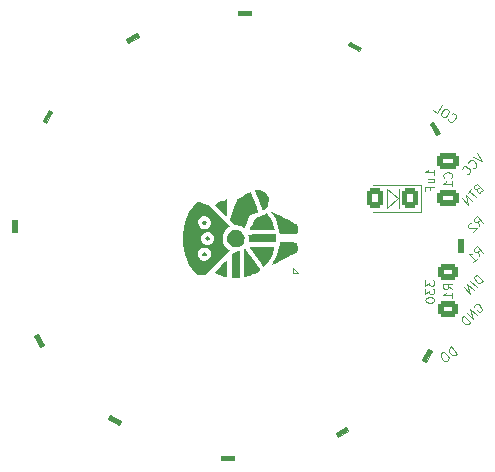
<source format=gbr>
%TF.GenerationSoftware,KiCad,Pcbnew,(6.0.2)*%
%TF.CreationDate,2022-04-26T09:28:05+10:00*%
%TF.ProjectId,adapter,61646170-7465-4722-9e6b-696361645f70,1.2*%
%TF.SameCoordinates,Original*%
%TF.FileFunction,Legend,Bot*%
%TF.FilePolarity,Positive*%
%FSLAX46Y46*%
G04 Gerber Fmt 4.6, Leading zero omitted, Abs format (unit mm)*
G04 Created by KiCad (PCBNEW (6.0.2)) date 2022-04-26 09:28:05*
%MOMM*%
%LPD*%
G01*
G04 APERTURE LIST*
G04 Aperture macros list*
%AMRoundRect*
0 Rectangle with rounded corners*
0 $1 Rounding radius*
0 $2 $3 $4 $5 $6 $7 $8 $9 X,Y pos of 4 corners*
0 Add a 4 corners polygon primitive as box body*
4,1,4,$2,$3,$4,$5,$6,$7,$8,$9,$2,$3,0*
0 Add four circle primitives for the rounded corners*
1,1,$1+$1,$2,$3*
1,1,$1+$1,$4,$5*
1,1,$1+$1,$6,$7*
1,1,$1+$1,$8,$9*
0 Add four rect primitives between the rounded corners*
20,1,$1+$1,$2,$3,$4,$5,0*
20,1,$1+$1,$4,$5,$6,$7,0*
20,1,$1+$1,$6,$7,$8,$9,0*
20,1,$1+$1,$8,$9,$2,$3,0*%
%AMRotRect*
0 Rectangle, with rotation*
0 The origin of the aperture is its center*
0 $1 length*
0 $2 width*
0 $3 Rotation angle, in degrees counterclockwise*
0 Add horizontal line*
21,1,$1,$2,0,0,$3*%
%AMFreePoly0*
4,1,22,0.550000,-0.750000,0.000000,-0.750000,0.000000,-0.745033,-0.079941,-0.743568,-0.215256,-0.701293,-0.333266,-0.622738,-0.424486,-0.514219,-0.481581,-0.384460,-0.499164,-0.250000,-0.500000,-0.250000,-0.500000,0.250000,-0.499164,0.250000,-0.499963,0.256109,-0.478152,0.396186,-0.417904,0.524511,-0.324060,0.630769,-0.204165,0.706417,-0.067858,0.745374,0.000000,0.744960,0.000000,0.750000,
0.550000,0.750000,0.550000,-0.750000,0.550000,-0.750000,$1*%
%AMFreePoly1*
4,1,20,0.000000,0.744960,0.073905,0.744508,0.209726,0.703889,0.328688,0.626782,0.421226,0.519385,0.479903,0.390333,0.500000,0.250000,0.500000,-0.250000,0.499851,-0.262216,0.476331,-0.402017,0.414519,-0.529596,0.319384,-0.634700,0.198574,-0.708877,0.061801,-0.746166,0.000000,-0.745033,0.000000,-0.750000,-0.550000,-0.750000,-0.550000,0.750000,0.000000,0.750000,0.000000,0.744960,
0.000000,0.744960,$1*%
G04 Aperture macros list end*
%ADD10C,0.100000*%
%ADD11C,0.120000*%
%ADD12R,2.000000X2.000000*%
%ADD13C,2.000000*%
%ADD14R,3.200000X2.000000*%
%ADD15O,1.700000X1.700000*%
%ADD16R,1.700000X1.700000*%
%ADD17C,4.000000*%
%ADD18RotRect,2.400000X0.820000X30.000000*%
%ADD19C,0.800000*%
%ADD20FreePoly0,315.000000*%
%ADD21RotRect,1.000000X1.500000X315.000000*%
%ADD22FreePoly1,315.000000*%
%ADD23RotRect,2.400000X0.820000X210.000000*%
%ADD24RotRect,2.400000X0.820000X60.000000*%
%ADD25RoundRect,0.250000X-0.650000X0.412500X-0.650000X-0.412500X0.650000X-0.412500X0.650000X0.412500X0*%
%ADD26RotRect,2.400000X0.820000X330.000000*%
%ADD27RotRect,2.400000X0.820000X300.000000*%
%ADD28RotRect,2.400000X0.820000X240.000000*%
%ADD29R,2.400000X0.820000*%
%ADD30RoundRect,0.250001X0.462499X0.624999X-0.462499X0.624999X-0.462499X-0.624999X0.462499X-0.624999X0*%
%ADD31R,0.820000X2.400000*%
%ADD32RotRect,2.400000X0.820000X120.000000*%
%ADD33RoundRect,0.250000X0.625000X-0.400000X0.625000X0.400000X-0.625000X0.400000X-0.625000X-0.400000X0*%
%ADD34RotRect,2.400000X0.820000X150.000000*%
G04 APERTURE END LIST*
D10*
X72911725Y-42839286D02*
X72835964Y-42409972D01*
X73214771Y-42536241D02*
X72684441Y-42005911D01*
X72482410Y-42207941D01*
X72457156Y-42283702D01*
X72457156Y-42334210D01*
X72482410Y-42409972D01*
X72558172Y-42485733D01*
X72633933Y-42510987D01*
X72684441Y-42510987D01*
X72760202Y-42485733D01*
X72962233Y-42283702D01*
X72229872Y-42561494D02*
X72179364Y-42561494D01*
X72103603Y-42586748D01*
X71977334Y-42713017D01*
X71952080Y-42788779D01*
X71952080Y-42839286D01*
X71977334Y-42915048D01*
X72027842Y-42965555D01*
X72128857Y-43016063D01*
X72734948Y-43016063D01*
X72406649Y-43344363D01*
X72431902Y-49638538D02*
X72457156Y-49562777D01*
X72532918Y-49487016D01*
X72633933Y-49436508D01*
X72734948Y-49436508D01*
X72810710Y-49461762D01*
X72936979Y-49537523D01*
X73012740Y-49613285D01*
X73088502Y-49739554D01*
X73113755Y-49815315D01*
X73113755Y-49916330D01*
X73063248Y-50017346D01*
X73012740Y-50067853D01*
X72911725Y-50118361D01*
X72861217Y-50118361D01*
X72684441Y-49941584D01*
X72785456Y-49840569D01*
X72684441Y-50396153D02*
X72154111Y-49865823D01*
X72381395Y-50699199D01*
X71851065Y-50168869D01*
X72128857Y-50951737D02*
X71598527Y-50421407D01*
X71472258Y-50547676D01*
X71421750Y-50648691D01*
X71421750Y-50749706D01*
X71447004Y-50825468D01*
X71522765Y-50951737D01*
X71598527Y-51027498D01*
X71724796Y-51103260D01*
X71800557Y-51128513D01*
X71901572Y-51128513D01*
X72002588Y-51078006D01*
X72128857Y-50951737D01*
X72760202Y-39667942D02*
X72709694Y-39768957D01*
X72709694Y-39819465D01*
X72734948Y-39895226D01*
X72810709Y-39970988D01*
X72886471Y-39996242D01*
X72936978Y-39996242D01*
X73012740Y-39970988D01*
X73214770Y-39768957D01*
X72684440Y-39238627D01*
X72507663Y-39415404D01*
X72482410Y-39491165D01*
X72482410Y-39541673D01*
X72507663Y-39617434D01*
X72558171Y-39667942D01*
X72633932Y-39693196D01*
X72684440Y-39693196D01*
X72760202Y-39667942D01*
X72936978Y-39491165D01*
X72229871Y-39693196D02*
X71926826Y-39996242D01*
X72608679Y-40375049D02*
X72078349Y-39844719D01*
X72280379Y-40703348D02*
X71750049Y-40173018D01*
X71977333Y-41006394D01*
X71447003Y-40476064D01*
X72911725Y-45379286D02*
X72835964Y-44949972D01*
X73214771Y-45076241D02*
X72684441Y-44545911D01*
X72482410Y-44747941D01*
X72457156Y-44823702D01*
X72457156Y-44874210D01*
X72482410Y-44949972D01*
X72558172Y-45025733D01*
X72633933Y-45050987D01*
X72684441Y-45050987D01*
X72760202Y-45025733D01*
X72962233Y-44823702D01*
X72406649Y-45884363D02*
X72709695Y-45581317D01*
X72558172Y-45732840D02*
X72027842Y-45202510D01*
X72154111Y-45227763D01*
X72255126Y-45227763D01*
X72330887Y-45202510D01*
X68359285Y-47406714D02*
X68359285Y-47871000D01*
X68645000Y-47621000D01*
X68645000Y-47728142D01*
X68680714Y-47799571D01*
X68716428Y-47835285D01*
X68787857Y-47871000D01*
X68966428Y-47871000D01*
X69037857Y-47835285D01*
X69073571Y-47799571D01*
X69109285Y-47728142D01*
X69109285Y-47513857D01*
X69073571Y-47442428D01*
X69037857Y-47406714D01*
X68359285Y-48121000D02*
X68359285Y-48585285D01*
X68645000Y-48335285D01*
X68645000Y-48442428D01*
X68680714Y-48513857D01*
X68716428Y-48549571D01*
X68787857Y-48585285D01*
X68966428Y-48585285D01*
X69037857Y-48549571D01*
X69073571Y-48513857D01*
X69109285Y-48442428D01*
X69109285Y-48228142D01*
X69073571Y-48156714D01*
X69037857Y-48121000D01*
X68359285Y-49049571D02*
X68359285Y-49121000D01*
X68395000Y-49192428D01*
X68430714Y-49228142D01*
X68502142Y-49263857D01*
X68645000Y-49299571D01*
X68823571Y-49299571D01*
X68966428Y-49263857D01*
X69037857Y-49228142D01*
X69073571Y-49192428D01*
X69109285Y-49121000D01*
X69109285Y-49049571D01*
X69073571Y-48978142D01*
X69037857Y-48942428D01*
X68966428Y-48906714D01*
X68823571Y-48871000D01*
X68645000Y-48871000D01*
X68502142Y-48906714D01*
X68430714Y-48942428D01*
X68395000Y-48978142D01*
X68359285Y-49049571D01*
X69109285Y-38484571D02*
X69109285Y-38056000D01*
X69109285Y-38270285D02*
X68359285Y-38270285D01*
X68466428Y-38198857D01*
X68537857Y-38127428D01*
X68573571Y-38056000D01*
X68609285Y-39127428D02*
X69109285Y-39127428D01*
X68609285Y-38806000D02*
X69002142Y-38806000D01*
X69073571Y-38841714D01*
X69109285Y-38913142D01*
X69109285Y-39020285D01*
X69073571Y-39091714D01*
X69037857Y-39127428D01*
X68716428Y-39734571D02*
X68716428Y-39484571D01*
X69109285Y-39484571D02*
X68359285Y-39484571D01*
X68359285Y-39841714D01*
X72760201Y-36610239D02*
X73113755Y-37317346D01*
X72406648Y-36963792D01*
X72406648Y-37923437D02*
X72457156Y-37923437D01*
X72558171Y-37872930D01*
X72608679Y-37822422D01*
X72659186Y-37721407D01*
X72659186Y-37620391D01*
X72633932Y-37544630D01*
X72558171Y-37418361D01*
X72482409Y-37342599D01*
X72356140Y-37266838D01*
X72280379Y-37241584D01*
X72179364Y-37241584D01*
X72078348Y-37292092D01*
X72027841Y-37342599D01*
X71977333Y-37443615D01*
X71977333Y-37494122D01*
X71876318Y-38453767D02*
X71926826Y-38453767D01*
X72027841Y-38403260D01*
X72078348Y-38352752D01*
X72128856Y-38251737D01*
X72128856Y-38150721D01*
X72103602Y-38074960D01*
X72027841Y-37948691D01*
X71952079Y-37872930D01*
X71825810Y-37797168D01*
X71750049Y-37771914D01*
X71649034Y-37771914D01*
X71548018Y-37822422D01*
X71497511Y-37872930D01*
X71447003Y-37973945D01*
X71447003Y-38024452D01*
X70989320Y-53631926D02*
X70559138Y-53017562D01*
X70412861Y-53119986D01*
X70345579Y-53210696D01*
X70328038Y-53310177D01*
X70339753Y-53389172D01*
X70392437Y-53526679D01*
X70453891Y-53614445D01*
X70565086Y-53710982D01*
X70635311Y-53749008D01*
X70734792Y-53766549D01*
X70843043Y-53734350D01*
X70989320Y-53631926D01*
X69827752Y-53529683D02*
X69710731Y-53611623D01*
X69672705Y-53681848D01*
X69655163Y-53781329D01*
X69707848Y-53918835D01*
X69851242Y-54123623D01*
X69962437Y-54220160D01*
X70061917Y-54237701D01*
X70140913Y-54225987D01*
X70257935Y-54144048D01*
X70295961Y-54073822D01*
X70313502Y-53974342D01*
X70260818Y-53836835D01*
X70117424Y-53632047D01*
X70006229Y-53535510D01*
X69906748Y-53517969D01*
X69827752Y-53529683D01*
X70270684Y-33795719D02*
X70279454Y-33845459D01*
X70346736Y-33936169D01*
X70405246Y-33977139D01*
X70513498Y-34009338D01*
X70612978Y-33991797D01*
X70683203Y-33953771D01*
X70794398Y-33857234D01*
X70855853Y-33769468D01*
X70908537Y-33631961D01*
X70920251Y-33552965D01*
X70902710Y-33453485D01*
X70835429Y-33362775D01*
X70776918Y-33321805D01*
X70668667Y-33289606D01*
X70618926Y-33298376D01*
X70279576Y-32973562D02*
X70162554Y-32891623D01*
X70083558Y-32879908D01*
X69984077Y-32897449D01*
X69872883Y-32993986D01*
X69729488Y-33198774D01*
X69676804Y-33336281D01*
X69694346Y-33435761D01*
X69732371Y-33505987D01*
X69849393Y-33587926D01*
X69928389Y-33599640D01*
X70027870Y-33582099D01*
X70139064Y-33485562D01*
X70282459Y-33280774D01*
X70335143Y-33143268D01*
X70317602Y-33043787D01*
X70279576Y-32973562D01*
X69030241Y-33014350D02*
X69322795Y-33219198D01*
X69752978Y-32604834D01*
X73214771Y-47464718D02*
X72684441Y-46934388D01*
X72558172Y-47060657D01*
X72507664Y-47161672D01*
X72507664Y-47262687D01*
X72532918Y-47338449D01*
X72608679Y-47464718D01*
X72684441Y-47540479D01*
X72810710Y-47616241D01*
X72886471Y-47641494D01*
X72987486Y-47641494D01*
X73088502Y-47590987D01*
X73214771Y-47464718D01*
X72684441Y-47995048D02*
X72154111Y-47464718D01*
X72431903Y-48247586D02*
X71901572Y-47717256D01*
X72128857Y-48550632D01*
X71598527Y-48020302D01*
%TO.C,C1*%
X70556857Y-38729000D02*
X70592571Y-38693285D01*
X70628285Y-38586142D01*
X70628285Y-38514714D01*
X70592571Y-38407571D01*
X70521142Y-38336142D01*
X70449714Y-38300428D01*
X70306857Y-38264714D01*
X70199714Y-38264714D01*
X70056857Y-38300428D01*
X69985428Y-38336142D01*
X69914000Y-38407571D01*
X69878285Y-38514714D01*
X69878285Y-38586142D01*
X69914000Y-38693285D01*
X69949714Y-38729000D01*
X70628285Y-39443285D02*
X70628285Y-39014714D01*
X70628285Y-39229000D02*
X69878285Y-39229000D01*
X69985428Y-39157571D01*
X70056857Y-39086142D01*
X70092571Y-39014714D01*
%TO.C,R1*%
X70628285Y-48172000D02*
X70271142Y-47922000D01*
X70628285Y-47743428D02*
X69878285Y-47743428D01*
X69878285Y-48029142D01*
X69914000Y-48100571D01*
X69949714Y-48136285D01*
X70021142Y-48172000D01*
X70128285Y-48172000D01*
X70199714Y-48136285D01*
X70235428Y-48100571D01*
X70271142Y-48029142D01*
X70271142Y-47743428D01*
X70628285Y-48886285D02*
X70628285Y-48457714D01*
X70628285Y-48672000D02*
X69878285Y-48672000D01*
X69985428Y-48600571D01*
X70056857Y-48529142D01*
X70092571Y-48457714D01*
%TO.C,D5*%
X35238210Y-52152868D02*
X35541319Y-51977868D01*
X35541319Y-51977868D02*
X36066319Y-52887195D01*
X36066319Y-52887195D02*
X35763210Y-53062195D01*
X35763210Y-53062195D02*
X35238210Y-52152868D01*
G36*
X36066319Y-52887195D02*
G01*
X35763210Y-53062195D01*
X35238210Y-52152868D01*
X35541319Y-51977868D01*
X36066319Y-52887195D01*
G37*
X36066319Y-52887195D02*
X35763210Y-53062195D01*
X35238210Y-52152868D01*
X35541319Y-51977868D01*
X36066319Y-52887195D01*
D11*
%TO.C,JP1*%
X57130326Y-46797618D02*
X57130326Y-46373354D01*
X57130326Y-46373354D02*
X57554590Y-46797618D01*
X57130326Y-46797618D02*
X57554590Y-46797618D01*
D10*
%TO.C,D11*%
X69550790Y-34955132D02*
X69247681Y-35130132D01*
X69247681Y-35130132D02*
X68722681Y-34220805D01*
X68722681Y-34220805D02*
X69025790Y-34045805D01*
X69025790Y-34045805D02*
X69550790Y-34955132D01*
G36*
X69550790Y-34955132D02*
G01*
X69247681Y-35130132D01*
X68722681Y-34220805D01*
X69025790Y-34045805D01*
X69550790Y-34955132D01*
G37*
X69550790Y-34955132D02*
X69247681Y-35130132D01*
X68722681Y-34220805D01*
X69025790Y-34045805D01*
X69550790Y-34955132D01*
%TO.C,D4*%
X41490068Y-59125790D02*
X41665068Y-58822681D01*
X41665068Y-58822681D02*
X42574395Y-59347681D01*
X42574395Y-59347681D02*
X42399395Y-59650790D01*
X42399395Y-59650790D02*
X41490068Y-59125790D01*
G36*
X42574395Y-59347681D02*
G01*
X42399395Y-59650790D01*
X41490068Y-59125790D01*
X41665068Y-58822681D01*
X42574395Y-59347681D01*
G37*
X42574395Y-59347681D02*
X42399395Y-59650790D01*
X41490068Y-59125790D01*
X41665068Y-58822681D01*
X42574395Y-59347681D01*
%TO.C,D7*%
X36460572Y-32990068D02*
X36763681Y-33165068D01*
X36763681Y-33165068D02*
X36238681Y-34074395D01*
X36238681Y-34074395D02*
X35935572Y-33899395D01*
X35935572Y-33899395D02*
X36460572Y-32990068D01*
G36*
X36763681Y-33165068D02*
G01*
X36238681Y-34074395D01*
X35935572Y-33899395D01*
X36460572Y-32990068D01*
X36763681Y-33165068D01*
G37*
X36763681Y-33165068D02*
X36238681Y-34074395D01*
X35935572Y-33899395D01*
X36460572Y-32990068D01*
X36763681Y-33165068D01*
%TO.C,D8*%
X43904379Y-26485210D02*
X44079379Y-26788319D01*
X44079379Y-26788319D02*
X43170052Y-27313319D01*
X43170052Y-27313319D02*
X42995052Y-27010210D01*
X42995052Y-27010210D02*
X43904379Y-26485210D01*
G36*
X44079379Y-26788319D02*
G01*
X43170052Y-27313319D01*
X42995052Y-27010210D01*
X43904379Y-26485210D01*
X44079379Y-26788319D01*
G37*
X44079379Y-26788319D02*
X43170052Y-27313319D01*
X42995052Y-27010210D01*
X43904379Y-26485210D01*
X44079379Y-26788319D01*
%TO.C,D10*%
X62909932Y-27724210D02*
X62734932Y-28027319D01*
X62734932Y-28027319D02*
X61825605Y-27502319D01*
X61825605Y-27502319D02*
X62000605Y-27199210D01*
X62000605Y-27199210D02*
X62909932Y-27724210D01*
G36*
X62909932Y-27724210D02*
G01*
X62734932Y-28027319D01*
X61825605Y-27502319D01*
X62000605Y-27199210D01*
X62909932Y-27724210D01*
G37*
X62909932Y-27724210D02*
X62734932Y-28027319D01*
X61825605Y-27502319D01*
X62000605Y-27199210D01*
X62909932Y-27724210D01*
%TO.C,D6*%
X33384200Y-42308000D02*
X33734200Y-42308000D01*
X33734200Y-42308000D02*
X33734200Y-43358000D01*
X33734200Y-43358000D02*
X33384200Y-43358000D01*
X33384200Y-43358000D02*
X33384200Y-42308000D01*
G36*
X33734200Y-43358000D02*
G01*
X33384200Y-43358000D01*
X33384200Y-42308000D01*
X33734200Y-42308000D01*
X33734200Y-43358000D01*
G37*
X33734200Y-43358000D02*
X33384200Y-43358000D01*
X33384200Y-42308000D01*
X33734200Y-42308000D01*
X33734200Y-43358000D01*
D11*
%TO.C,Dcol1*%
X63939500Y-39352000D02*
X67999500Y-39352000D01*
X67999500Y-41622000D02*
X63939500Y-41622000D01*
X65107700Y-39699600D02*
X65107700Y-41274400D01*
X67999500Y-39352000D02*
X67999500Y-41622000D01*
X66022100Y-40487000D02*
X65107700Y-39699600D01*
X66098300Y-41274400D02*
X66098300Y-40461600D01*
X66098300Y-40512400D02*
X66098300Y-39699600D01*
X65107700Y-41274400D02*
X66022100Y-40487000D01*
D10*
%TO.C,D9*%
X53572000Y-24645200D02*
X53572000Y-24995200D01*
X53572000Y-24995200D02*
X52522000Y-24995200D01*
X52522000Y-24995200D02*
X52522000Y-24645200D01*
X52522000Y-24645200D02*
X53572000Y-24645200D01*
G36*
X53572000Y-24995200D02*
G01*
X52522000Y-24995200D01*
X52522000Y-24645200D01*
X53572000Y-24645200D01*
X53572000Y-24995200D01*
G37*
X53572000Y-24995200D02*
X52522000Y-24995200D01*
X52522000Y-24645200D01*
X53572000Y-24645200D01*
X53572000Y-24995200D01*
%TO.C,D2*%
X60924868Y-60675790D02*
X60749868Y-60372681D01*
X60749868Y-60372681D02*
X61659195Y-59847681D01*
X61659195Y-59847681D02*
X61834195Y-60150790D01*
X61834195Y-60150790D02*
X60924868Y-60675790D01*
G36*
X61834195Y-60150790D02*
G01*
X60924868Y-60675790D01*
X60749868Y-60372681D01*
X61659195Y-59847681D01*
X61834195Y-60150790D01*
G37*
X61834195Y-60150790D02*
X60924868Y-60675790D01*
X60749868Y-60372681D01*
X61659195Y-59847681D01*
X61834195Y-60150790D01*
%TO.C,G\u002A\u002A\u002A*%
G36*
X49761741Y-45063783D02*
G01*
X49788724Y-45095214D01*
X49830054Y-45193898D01*
X49819090Y-45287404D01*
X49761545Y-45357142D01*
X49663138Y-45384519D01*
X49612919Y-45375870D01*
X49529115Y-45326055D01*
X49471098Y-45250913D01*
X49459903Y-45172400D01*
X49499352Y-45087828D01*
X49577881Y-45023826D01*
X49671447Y-45013615D01*
X49761741Y-45063783D01*
G37*
G36*
X48179618Y-45685807D02*
G01*
X48157781Y-45624751D01*
X48028919Y-45264456D01*
X48011214Y-45194621D01*
X49095113Y-45194621D01*
X49133125Y-45386668D01*
X49145352Y-45419191D01*
X49242577Y-45574228D01*
X49378971Y-45682584D01*
X49540535Y-45741153D01*
X49713273Y-45746831D01*
X49883188Y-45696508D01*
X50036279Y-45587082D01*
X50070492Y-45549504D01*
X50163450Y-45386980D01*
X50197471Y-45205525D01*
X50171439Y-45022220D01*
X50084236Y-44854144D01*
X50031254Y-44797045D01*
X49884624Y-44703086D01*
X49711648Y-44652809D01*
X49537588Y-44655399D01*
X49498584Y-44664508D01*
X49382334Y-44717376D01*
X49263232Y-44817813D01*
X49217833Y-44867019D01*
X49122722Y-45024147D01*
X49095113Y-45194621D01*
X48011214Y-45194621D01*
X47918837Y-44830253D01*
X47902301Y-44739319D01*
X47865436Y-44443065D01*
X47858343Y-44332122D01*
X47844207Y-44111030D01*
X47839709Y-43803922D01*
X49373997Y-43803922D01*
X49380061Y-43975865D01*
X49428637Y-44140018D01*
X49513882Y-44268651D01*
X49589683Y-44326542D01*
X49744014Y-44389263D01*
X49916318Y-44411618D01*
X50078864Y-44387760D01*
X50131395Y-44368499D01*
X50238405Y-44317870D01*
X50309916Y-44268651D01*
X50367807Y-44192850D01*
X50430528Y-44038519D01*
X50452883Y-43866215D01*
X50429025Y-43703668D01*
X50409764Y-43651138D01*
X50359135Y-43544126D01*
X50309916Y-43472617D01*
X50234115Y-43414725D01*
X50079784Y-43352004D01*
X49907480Y-43329650D01*
X49744933Y-43353507D01*
X49692403Y-43372768D01*
X49585392Y-43423398D01*
X49513882Y-43472617D01*
X49492338Y-43499239D01*
X49440385Y-43591220D01*
X49394773Y-43703668D01*
X49373997Y-43803922D01*
X47839709Y-43803922D01*
X47839177Y-43767635D01*
X47850908Y-43437300D01*
X47879966Y-43144444D01*
X47911077Y-42957855D01*
X47999554Y-42595032D01*
X49096586Y-42595032D01*
X49146461Y-42766739D01*
X49265121Y-42925344D01*
X49308953Y-42966050D01*
X49469238Y-43064613D01*
X49643202Y-43094735D01*
X49836176Y-43057650D01*
X49858321Y-43049515D01*
X50016807Y-42955506D01*
X50131295Y-42820784D01*
X50189135Y-42659614D01*
X50195070Y-42508392D01*
X50150672Y-42323003D01*
X50053264Y-42171093D01*
X49911420Y-42061202D01*
X49733712Y-42001871D01*
X49528713Y-42001640D01*
X49478072Y-42012907D01*
X49330558Y-42087701D01*
X49207217Y-42210401D01*
X49126783Y-42364112D01*
X49114515Y-42406242D01*
X49096586Y-42595032D01*
X47999554Y-42595032D01*
X48020238Y-42510210D01*
X48173164Y-42071533D01*
X48362525Y-41661137D01*
X48580984Y-41298336D01*
X48650413Y-41201152D01*
X48794599Y-41019332D01*
X48923917Y-40883851D01*
X49032762Y-40800207D01*
X49115535Y-40773894D01*
X49116718Y-40773978D01*
X49182816Y-40787492D01*
X49298829Y-40819239D01*
X49448730Y-40864581D01*
X49616497Y-40918881D01*
X50035450Y-41058811D01*
X51828303Y-42851663D01*
X51740763Y-42900941D01*
X51684508Y-42940443D01*
X51591437Y-43019531D01*
X51492830Y-43114124D01*
X51416513Y-43201026D01*
X51281045Y-43425385D01*
X51204853Y-43670798D01*
X51187935Y-43925472D01*
X51230292Y-44177616D01*
X51331923Y-44415437D01*
X51492830Y-44627143D01*
X51573939Y-44705751D01*
X51669645Y-44788983D01*
X51740763Y-44840326D01*
X51828303Y-44889604D01*
X49729188Y-46988719D01*
X49389501Y-46988719D01*
X49327317Y-46988671D01*
X49190168Y-46986406D01*
X49098492Y-46976814D01*
X49033855Y-46954575D01*
X48977824Y-46914367D01*
X48911966Y-46850870D01*
X48812558Y-46744861D01*
X48577723Y-46438797D01*
X48503112Y-46313693D01*
X48364647Y-46081517D01*
X48179618Y-45685807D01*
G37*
G36*
X50036279Y-43746254D02*
G01*
X50081869Y-43806939D01*
X50094243Y-43901200D01*
X50036279Y-43995014D01*
X49981402Y-44036162D01*
X49911899Y-44059691D01*
X49899593Y-44058798D01*
X49819971Y-44021469D01*
X49751767Y-43949461D01*
X49722841Y-43870634D01*
X49737714Y-43817777D01*
X49787518Y-43746253D01*
X49848204Y-43700664D01*
X49942465Y-43688290D01*
X50036279Y-43746254D01*
G37*
G36*
X53576999Y-39937329D02*
G01*
X53598823Y-39988824D01*
X53639850Y-40091953D01*
X53696066Y-40236154D01*
X53763455Y-40410864D01*
X53838003Y-40605519D01*
X53915694Y-40809554D01*
X53992514Y-41012407D01*
X54064446Y-41203514D01*
X54127476Y-41372312D01*
X54177588Y-41508238D01*
X54210768Y-41600727D01*
X54223000Y-41639217D01*
X54203560Y-41650492D01*
X54129632Y-41680385D01*
X54013325Y-41722922D01*
X53868333Y-41772941D01*
X53512917Y-41892442D01*
X53289493Y-42448622D01*
X53230405Y-42592921D01*
X53159545Y-42758326D01*
X53099161Y-42890787D01*
X53054256Y-42979423D01*
X53029831Y-43013357D01*
X52988495Y-43002107D01*
X52926106Y-42955517D01*
X52878816Y-42917551D01*
X52742990Y-42847794D01*
X52574323Y-42794946D01*
X52397866Y-42767904D01*
X52335253Y-42762638D01*
X52265715Y-42747651D01*
X52202743Y-42714171D01*
X52127922Y-42651435D01*
X52022832Y-42548671D01*
X51814421Y-42340260D01*
X52102156Y-41471259D01*
X52172768Y-41260041D01*
X52246921Y-41042791D01*
X52312589Y-40855163D01*
X52366452Y-40706477D01*
X52405192Y-40606058D01*
X52425488Y-40563227D01*
X52426713Y-40562071D01*
X52469930Y-40534244D01*
X52561564Y-40480816D01*
X52689421Y-40408466D01*
X52841311Y-40323878D01*
X53005043Y-40233731D01*
X53168426Y-40144706D01*
X53319268Y-40063487D01*
X53445378Y-39996751D01*
X53534565Y-39951182D01*
X53574638Y-39933459D01*
X53576999Y-39937329D01*
G37*
G36*
X49783196Y-42398624D02*
G01*
X49786747Y-42402355D01*
X49821720Y-42485926D01*
X49813287Y-42587939D01*
X49763762Y-42675463D01*
X49697557Y-42723099D01*
X49603502Y-42734626D01*
X49521224Y-42683700D01*
X49463370Y-42574568D01*
X49462167Y-42570292D01*
X49471694Y-42489137D01*
X49529532Y-42419856D01*
X49614709Y-42373986D01*
X49706255Y-42363063D01*
X49783196Y-42398624D01*
G37*
G36*
X52517669Y-43155444D02*
G01*
X52562694Y-43169999D01*
X52660029Y-43213579D01*
X52746282Y-43278717D01*
X52847361Y-43383318D01*
X52915956Y-43468227D01*
X53017750Y-43662821D01*
X53050575Y-43868453D01*
X53015189Y-44088302D01*
X53000635Y-44133328D01*
X52957054Y-44230663D01*
X52891917Y-44316916D01*
X52787315Y-44417994D01*
X52702406Y-44486589D01*
X52507812Y-44588383D01*
X52302181Y-44621208D01*
X52082332Y-44585823D01*
X52037306Y-44571268D01*
X51939971Y-44527688D01*
X51853717Y-44462550D01*
X51752639Y-44357948D01*
X51684044Y-44273040D01*
X51582251Y-44078445D01*
X51549425Y-43872814D01*
X51584810Y-43652965D01*
X51599365Y-43607939D01*
X51642946Y-43510605D01*
X51708084Y-43424351D01*
X51812685Y-43323272D01*
X51897593Y-43254677D01*
X52092188Y-43152884D01*
X52297820Y-43120058D01*
X52517669Y-43155444D01*
G37*
G36*
X51589954Y-41254957D02*
G01*
X51589836Y-41280714D01*
X51586594Y-41493905D01*
X51579872Y-41682728D01*
X51570361Y-41835687D01*
X51558756Y-41941284D01*
X51545749Y-41988022D01*
X51527991Y-41998151D01*
X51501396Y-41992938D01*
X51459552Y-41966237D01*
X51395659Y-41912296D01*
X51302916Y-41825363D01*
X51174521Y-41699687D01*
X51003677Y-41529516D01*
X50503387Y-41029226D01*
X50613974Y-40953243D01*
X50627513Y-40944290D01*
X50742415Y-40880879D01*
X50900051Y-40807126D01*
X51079418Y-40731913D01*
X51259515Y-40664122D01*
X51419337Y-40612636D01*
X51592376Y-40563676D01*
X51589954Y-41254957D01*
G37*
G36*
X56731078Y-44207306D02*
G01*
X56896915Y-44208880D01*
X57134596Y-44215435D01*
X57307421Y-44227054D01*
X57418802Y-44244010D01*
X57472147Y-44266577D01*
X57490551Y-44299942D01*
X57513392Y-44396626D01*
X57528582Y-44529908D01*
X57535407Y-44679426D01*
X57533157Y-44824813D01*
X57521115Y-44945707D01*
X57498572Y-45021743D01*
X57466263Y-45050276D01*
X57370321Y-45110731D01*
X57214667Y-45197896D01*
X57001714Y-45310471D01*
X56733868Y-45447157D01*
X56413543Y-45606655D01*
X56249742Y-45687381D01*
X56008791Y-45806003D01*
X55791730Y-45912716D01*
X55606398Y-46003672D01*
X55460636Y-46075026D01*
X55362285Y-46122930D01*
X55319185Y-46143538D01*
X55311878Y-46142224D01*
X55323469Y-46102116D01*
X55366359Y-46021149D01*
X55434802Y-45910889D01*
X55466025Y-45862101D01*
X55624535Y-45578390D01*
X55765478Y-45267541D01*
X55881458Y-44949393D01*
X55965079Y-44643789D01*
X56008945Y-44370568D01*
X56011460Y-44343814D01*
X56022614Y-44259729D01*
X56033450Y-44218646D01*
X56034399Y-44218107D01*
X56079321Y-44213883D01*
X56182388Y-44210512D01*
X56332663Y-44208175D01*
X56519206Y-44207046D01*
X56731078Y-44207306D01*
G37*
G36*
X51574491Y-45685840D02*
G01*
X51579915Y-45744808D01*
X51584539Y-45860208D01*
X51588105Y-46021408D01*
X51590358Y-46217776D01*
X51591038Y-46438684D01*
X51590422Y-47177723D01*
X51382327Y-47119418D01*
X51317445Y-47100145D01*
X51122163Y-47031944D01*
X50924017Y-46950396D01*
X50746697Y-46865712D01*
X50613891Y-46788107D01*
X50503387Y-46712041D01*
X51028553Y-46186876D01*
X51082940Y-46132691D01*
X51234532Y-45983906D01*
X51366814Y-45857327D01*
X51472272Y-45759937D01*
X51543400Y-45698726D01*
X51572686Y-45680677D01*
X51574491Y-45685840D01*
G37*
G36*
X55670245Y-43535213D02*
G01*
X55670245Y-44206055D01*
X54526379Y-44206461D01*
X54353367Y-44206365D01*
X54090462Y-44205587D01*
X53856052Y-44204119D01*
X53658511Y-44202057D01*
X53506213Y-44199498D01*
X53407529Y-44196536D01*
X53370832Y-44193267D01*
X53369293Y-44189202D01*
X53372218Y-44137639D01*
X53388314Y-44050998D01*
X53395457Y-44006651D01*
X53400176Y-43876762D01*
X53388876Y-43742526D01*
X53379073Y-43674892D01*
X53370155Y-43588357D01*
X53371393Y-43548562D01*
X53386221Y-43546425D01*
X53462088Y-43543206D01*
X53594775Y-43540367D01*
X53775915Y-43538008D01*
X53997140Y-43536229D01*
X54250085Y-43535128D01*
X54526379Y-43534807D01*
X55670245Y-43535213D01*
G37*
G36*
X54298881Y-39768557D02*
G01*
X54419922Y-39790727D01*
X54507734Y-39820810D01*
X54690778Y-39923788D01*
X54856776Y-40066302D01*
X54981438Y-40229375D01*
X55007607Y-40280402D01*
X55069720Y-40481967D01*
X55088780Y-40708348D01*
X55061823Y-40933612D01*
X55060396Y-40939635D01*
X55029996Y-41047305D01*
X54989816Y-41131523D01*
X54925529Y-41215626D01*
X54822810Y-41322947D01*
X54802442Y-41343158D01*
X54710042Y-41430775D01*
X54638355Y-41492359D01*
X54601478Y-41515636D01*
X54584388Y-41489165D01*
X54545532Y-41404889D01*
X54489073Y-41271246D01*
X54418580Y-41096907D01*
X54337625Y-40890551D01*
X54249776Y-40660851D01*
X54170682Y-40449482D01*
X54093600Y-40238989D01*
X54029379Y-40058729D01*
X53981113Y-39917562D01*
X53951898Y-39824349D01*
X53944829Y-39787952D01*
X53965512Y-39776250D01*
X54048835Y-39761184D01*
X54167571Y-39758664D01*
X54298881Y-39768557D01*
G37*
G36*
X52659038Y-46070650D02*
G01*
X52659432Y-46218648D01*
X52658893Y-46481616D01*
X52656827Y-46717366D01*
X52653403Y-46917268D01*
X52648789Y-47072698D01*
X52643153Y-47175026D01*
X52636665Y-47215626D01*
X52622487Y-47221640D01*
X52549486Y-47232186D01*
X52431900Y-47239177D01*
X52287076Y-47241337D01*
X51964639Y-47239898D01*
X51963707Y-45251721D01*
X52101819Y-45115731D01*
X52156655Y-45063879D01*
X52235054Y-45007406D01*
X52321481Y-44979369D01*
X52447096Y-44966283D01*
X52654260Y-44952826D01*
X52659038Y-46070650D01*
G37*
G36*
X55193191Y-44579532D02*
G01*
X55352576Y-44585508D01*
X55464123Y-44598984D01*
X55534180Y-44622690D01*
X55569093Y-44659355D01*
X55575210Y-44711707D01*
X55558879Y-44782476D01*
X55526448Y-44874393D01*
X55484264Y-44990185D01*
X55414328Y-45169805D01*
X55257996Y-45490376D01*
X55071695Y-45796283D01*
X54871375Y-46059691D01*
X54780071Y-46163867D01*
X54714375Y-46233327D01*
X54674567Y-46263477D01*
X54650419Y-46261838D01*
X54631702Y-46235933D01*
X54606678Y-46197748D01*
X54544858Y-46108952D01*
X54452782Y-45979078D01*
X54336325Y-45816364D01*
X54201362Y-45629052D01*
X54053768Y-45425380D01*
X53917690Y-45237639D01*
X53782732Y-45050415D01*
X53666288Y-44887795D01*
X53574102Y-44757837D01*
X53511916Y-44668596D01*
X53485473Y-44628127D01*
X53494093Y-44618056D01*
X53564589Y-44604422D01*
X53704120Y-44593714D01*
X53911907Y-44585967D01*
X54187173Y-44581217D01*
X54529140Y-44579502D01*
X54705514Y-44579162D01*
X54979619Y-44578327D01*
X55193191Y-44579532D01*
G37*
G36*
X53132429Y-44767090D02*
G01*
X53138896Y-44776489D01*
X53184680Y-44841225D01*
X53264308Y-44952654D01*
X53372132Y-45102916D01*
X53502509Y-45284154D01*
X53649795Y-45488507D01*
X53808344Y-45708119D01*
X53930614Y-45878094D01*
X54109000Y-46129893D01*
X54244653Y-46327165D01*
X54337954Y-46470485D01*
X54389285Y-46560425D01*
X54399027Y-46597562D01*
X54383264Y-46608442D01*
X54312084Y-46647280D01*
X54198551Y-46704514D01*
X54056892Y-46773363D01*
X53901327Y-46847045D01*
X53746081Y-46918779D01*
X53605377Y-46981785D01*
X53493440Y-47029283D01*
X53455275Y-47044014D01*
X53317908Y-47091012D01*
X53180513Y-47131434D01*
X53009344Y-47176336D01*
X53008965Y-45965225D01*
X53009511Y-45736262D01*
X53011830Y-45467335D01*
X53015757Y-45227098D01*
X53021063Y-45023884D01*
X53027522Y-44866027D01*
X53034903Y-44761860D01*
X53042982Y-44719719D01*
X53081379Y-44712331D01*
X53132429Y-44767090D01*
G37*
G36*
X55030026Y-41877093D02*
G01*
X55038074Y-41888224D01*
X55242643Y-42215780D01*
X55417224Y-42580962D01*
X55547407Y-42953785D01*
X55605791Y-43161248D01*
X54520899Y-43161669D01*
X54397146Y-43161575D01*
X54138804Y-43160423D01*
X53908413Y-43158101D01*
X53714458Y-43154777D01*
X53565416Y-43150617D01*
X53469772Y-43145785D01*
X53436007Y-43140448D01*
X53442214Y-43125690D01*
X53478270Y-43059178D01*
X53541092Y-42949712D01*
X53624468Y-42808037D01*
X53722195Y-42644903D01*
X53778837Y-42551552D01*
X53875249Y-42394765D01*
X53957496Y-42263644D01*
X54018275Y-42169771D01*
X54050282Y-42124726D01*
X54061805Y-42115342D01*
X54132558Y-42078221D01*
X54245587Y-42031279D01*
X54382461Y-41982411D01*
X54418395Y-41970294D01*
X54570199Y-41914699D01*
X54706365Y-41858606D01*
X54801054Y-41812500D01*
X54929365Y-41738630D01*
X55030026Y-41877093D01*
G37*
G36*
X55335712Y-41612010D02*
G01*
X55425877Y-41652293D01*
X55561804Y-41716213D01*
X55734433Y-41799256D01*
X55934705Y-41896908D01*
X56153559Y-42004652D01*
X56381936Y-42117976D01*
X56610775Y-42232366D01*
X56831017Y-42343305D01*
X57033603Y-42446280D01*
X57209471Y-42536777D01*
X57349563Y-42610281D01*
X57444819Y-42662277D01*
X57486179Y-42688251D01*
X57511742Y-42745403D01*
X57529569Y-42855950D01*
X57537389Y-42997491D01*
X57535500Y-43149959D01*
X57524200Y-43293290D01*
X57503785Y-43407420D01*
X57474554Y-43472283D01*
X57460654Y-43483022D01*
X57405381Y-43503659D01*
X57311804Y-43518493D01*
X57171928Y-43528187D01*
X56977755Y-43533406D01*
X56721290Y-43534812D01*
X56031217Y-43534151D01*
X55998172Y-43300202D01*
X55975997Y-43169578D01*
X55900821Y-42865054D01*
X55795489Y-42550349D01*
X55668025Y-42245593D01*
X55526453Y-41970914D01*
X55378795Y-41746440D01*
X55334749Y-41684953D01*
X55299854Y-41622715D01*
X55301641Y-41599711D01*
X55335712Y-41612010D01*
G37*
%TO.C,D12*%
X71504800Y-45000000D02*
X71154800Y-45000000D01*
X71154800Y-45000000D02*
X71154800Y-43950000D01*
X71154800Y-43950000D02*
X71504800Y-43950000D01*
X71504800Y-43950000D02*
X71504800Y-45000000D01*
G36*
X71504800Y-45000000D02*
G01*
X71154800Y-45000000D01*
X71154800Y-43950000D01*
X71504800Y-43950000D01*
X71504800Y-45000000D01*
G37*
X71504800Y-45000000D02*
X71154800Y-45000000D01*
X71154800Y-43950000D01*
X71504800Y-43950000D01*
X71504800Y-45000000D01*
%TO.C,D3*%
X51072000Y-62644800D02*
X51072000Y-62294800D01*
X51072000Y-62294800D02*
X52122000Y-62294800D01*
X52122000Y-62294800D02*
X52122000Y-62644800D01*
X52122000Y-62644800D02*
X51072000Y-62644800D01*
G36*
X52122000Y-62644800D02*
G01*
X51072000Y-62644800D01*
X51072000Y-62294800D01*
X52122000Y-62294800D01*
X52122000Y-62644800D01*
G37*
X52122000Y-62644800D02*
X51072000Y-62644800D01*
X51072000Y-62294800D01*
X52122000Y-62294800D01*
X52122000Y-62644800D01*
%TO.C,D1*%
X68389428Y-54309932D02*
X68086319Y-54134932D01*
X68086319Y-54134932D02*
X68611319Y-53225605D01*
X68611319Y-53225605D02*
X68914428Y-53400605D01*
X68914428Y-53400605D02*
X68389428Y-54309932D01*
G36*
X68914428Y-53400605D02*
G01*
X68389428Y-54309932D01*
X68086319Y-54134932D01*
X68611319Y-53225605D01*
X68914428Y-53400605D01*
G37*
X68914428Y-53400605D02*
X68389428Y-54309932D01*
X68086319Y-54134932D01*
X68611319Y-53225605D01*
X68914428Y-53400605D01*
%TD*%
%LPC*%
D12*
%TO.C,SW1*%
X45000000Y-41100000D03*
D13*
X45000000Y-46100000D03*
X45000000Y-43600000D03*
D14*
X52500000Y-38000000D03*
X52500000Y-49200000D03*
D13*
X59500000Y-46100000D03*
X59500000Y-41100000D03*
%TD*%
D15*
%TO.C,J2*%
X72067000Y-34482000D03*
%TD*%
D16*
%TO.C,J1*%
X74550000Y-37180000D03*
D15*
X74550000Y-39720000D03*
X74550000Y-42260000D03*
X74550000Y-44800000D03*
X74550000Y-47340000D03*
X74550000Y-49880000D03*
%TD*%
%TO.C,J5*%
X72067000Y-52590000D03*
%TD*%
D17*
%TO.C,*%
X64000000Y-55000000D03*
%TD*%
%TO.C,*%
X36750000Y-47750000D03*
%TD*%
%TO.C,*%
X64000000Y-32000000D03*
%TD*%
D18*
%TO.C,D5*%
X42463871Y-48558481D03*
D19*
X36574898Y-51958481D03*
D18*
X37614129Y-51358481D03*
X38364129Y-52657519D03*
X43213871Y-49857519D03*
D19*
X44253102Y-49257519D03*
%TD*%
D20*
%TO.C,JP1*%
X56355761Y-47430761D03*
D21*
X57275000Y-48350000D03*
D22*
X58194239Y-49269239D03*
%TD*%
D23*
%TO.C,D11*%
X62325129Y-38549519D03*
D19*
X68214102Y-35149519D03*
D23*
X67174871Y-35749519D03*
X66424871Y-34450481D03*
D19*
X60535898Y-37850481D03*
D23*
X61575129Y-37250481D03*
%TD*%
D24*
%TO.C,D4*%
X45950481Y-52400129D03*
D19*
X42550481Y-58289102D03*
D24*
X43150481Y-57249871D03*
X44449519Y-57999871D03*
X47249519Y-53150129D03*
D19*
X47849519Y-52110898D03*
%TD*%
D25*
%TO.C,C1*%
X70289000Y-37291500D03*
X70289000Y-40416500D03*
%TD*%
D26*
%TO.C,D7*%
X43186233Y-37450481D03*
D19*
X37297260Y-34050481D03*
D26*
X38336491Y-34650481D03*
X37586491Y-35949519D03*
X42436233Y-38749519D03*
D19*
X43475464Y-39349519D03*
%TD*%
D27*
%TO.C,D8*%
X47498766Y-33710871D03*
D19*
X44098766Y-27821898D03*
D27*
X44698766Y-28861129D03*
X43399728Y-29611129D03*
X46199728Y-34460871D03*
D19*
X46799728Y-35500102D03*
%TD*%
D28*
%TO.C,D10*%
X58449519Y-34449871D03*
X61249519Y-29600129D03*
D19*
X61849519Y-28560898D03*
D28*
X59950481Y-28850129D03*
X57150481Y-33699871D03*
D19*
X56550481Y-34739102D03*
%TD*%
D29*
%TO.C,D6*%
X41439000Y-42808000D03*
D19*
X34639000Y-42808000D03*
D29*
X35839000Y-42808000D03*
X35839000Y-44308000D03*
D19*
X42639000Y-44308000D03*
D29*
X41439000Y-44308000D03*
%TD*%
D30*
%TO.C,Dcol1*%
X67027000Y-40487000D03*
X64052000Y-40487000D03*
%TD*%
D31*
%TO.C,D9*%
X53072000Y-32700000D03*
X53072000Y-27100000D03*
D19*
X53072000Y-25900000D03*
D31*
X51572000Y-27100000D03*
X51572000Y-32700000D03*
D19*
X51572000Y-33900000D03*
%TD*%
D32*
%TO.C,D2*%
X57330481Y-53450129D03*
X60130481Y-58299871D03*
D19*
X60730481Y-59339102D03*
D32*
X61429519Y-57549871D03*
X58629519Y-52700129D03*
D19*
X58029519Y-51660898D03*
%TD*%
D29*
%TO.C,D12*%
X63450000Y-44500000D03*
X69050000Y-44500000D03*
D19*
X70250000Y-44500000D03*
D29*
X69050000Y-43000000D03*
D19*
X62250000Y-43000000D03*
D29*
X63450000Y-43000000D03*
%TD*%
D31*
%TO.C,D3*%
X51572000Y-54590000D03*
D19*
X51572000Y-61390000D03*
D31*
X51572000Y-60190000D03*
X53072000Y-60190000D03*
D19*
X53072000Y-53390000D03*
D31*
X53072000Y-54590000D03*
%TD*%
D33*
%TO.C,R1*%
X70289000Y-49847000D03*
X70289000Y-46747000D03*
%TD*%
D34*
%TO.C,D1*%
X61663767Y-49849519D03*
D19*
X67552740Y-53249519D03*
D34*
X66513509Y-52649519D03*
X67263509Y-51350481D03*
D19*
X61374536Y-47950481D03*
D34*
X62413767Y-48550481D03*
%TD*%
M02*

</source>
